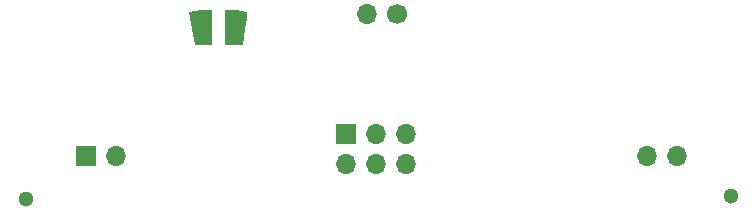
<source format=gts>
%TF.GenerationSoftware,KiCad,Pcbnew,(6.0.4-0)*%
%TF.CreationDate,2022-05-11T22:13:46-04:00*%
%TF.ProjectId,earth_base,65617274-685f-4626-9173-652e6b696361,rev?*%
%TF.SameCoordinates,Original*%
%TF.FileFunction,Soldermask,Top*%
%TF.FilePolarity,Negative*%
%FSLAX46Y46*%
G04 Gerber Fmt 4.6, Leading zero omitted, Abs format (unit mm)*
G04 Created by KiCad (PCBNEW (6.0.4-0)) date 2022-05-11 22:13:46*
%MOMM*%
%LPD*%
G01*
G04 APERTURE LIST*
%ADD10C,1.300000*%
%ADD11R,1.700000X1.700000*%
%ADD12O,1.700000X1.700000*%
%ADD13C,1.700000*%
G04 APERTURE END LIST*
%TO.C,svg2mod*%
G36*
X134787421Y-97793371D02*
G01*
X133285604Y-97793371D01*
X133081803Y-96486216D01*
X132925564Y-95510743D01*
X132835676Y-95000602D01*
X133790225Y-94821226D01*
X134787421Y-94821226D01*
X134787421Y-97793371D01*
G37*
G36*
X137758168Y-94983586D02*
G01*
X137697646Y-95486955D01*
X137552088Y-96469658D01*
X137345678Y-97793371D01*
X135843867Y-97793371D01*
X135843867Y-94821226D01*
X136801018Y-94821226D01*
X137758168Y-94983586D01*
G37*
%TD*%
D10*
%TO.C,REF\u002A\u002A*%
X178659517Y-110589763D03*
%TD*%
%TO.C,REF\u002A\u002A*%
X118985367Y-110864759D03*
%TD*%
D11*
%TO.C,J1*%
X124133751Y-107218580D03*
D12*
X126673751Y-107218580D03*
X147863751Y-95218580D03*
D13*
X150403751Y-95218580D03*
D12*
X171593751Y-107218580D03*
X174133751Y-107218580D03*
%TD*%
D11*
%TO.C,J2*%
X146090605Y-105357258D03*
D12*
X146090605Y-107897258D03*
X148630605Y-105357258D03*
X148630605Y-107897258D03*
X151170605Y-105357258D03*
X151170605Y-107897258D03*
%TD*%
M02*

</source>
